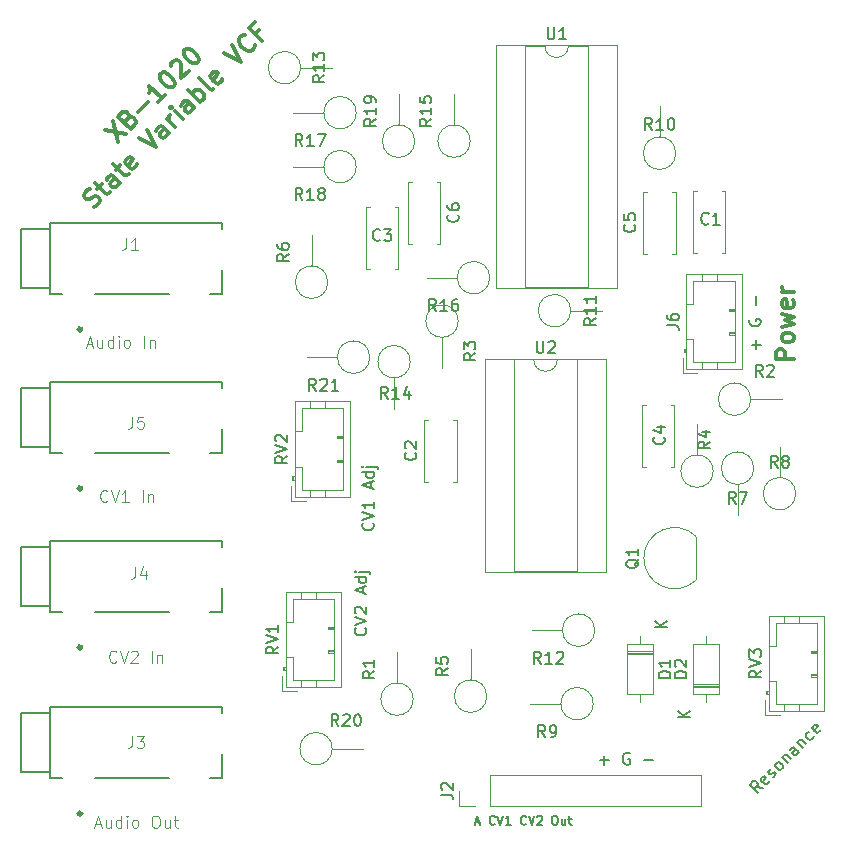
<source format=gbr>
G04 #@! TF.GenerationSoftware,KiCad,Pcbnew,(5.0.1)-rc2*
G04 #@! TF.CreationDate,2018-12-07T18:39:01-05:00*
G04 #@! TF.ProjectId,vcf,7663662E6B696361645F706362000000,rev?*
G04 #@! TF.SameCoordinates,Original*
G04 #@! TF.FileFunction,Legend,Top*
G04 #@! TF.FilePolarity,Positive*
%FSLAX46Y46*%
G04 Gerber Fmt 4.6, Leading zero omitted, Abs format (unit mm)*
G04 Created by KiCad (PCBNEW (5.0.1)-rc2) date 12/7/2018 6:39:01 PM*
%MOMM*%
%LPD*%
G01*
G04 APERTURE LIST*
%ADD10C,0.150000*%
%ADD11C,0.200000*%
%ADD12C,0.300000*%
%ADD13C,0.120000*%
%ADD14C,0.127000*%
%ADD15C,0.050000*%
G04 APERTURE END LIST*
D10*
X105132142Y-119316238D02*
X105179761Y-119363857D01*
X105227380Y-119506714D01*
X105227380Y-119601952D01*
X105179761Y-119744809D01*
X105084523Y-119840047D01*
X104989285Y-119887666D01*
X104798809Y-119935285D01*
X104655952Y-119935285D01*
X104465476Y-119887666D01*
X104370238Y-119840047D01*
X104275000Y-119744809D01*
X104227380Y-119601952D01*
X104227380Y-119506714D01*
X104275000Y-119363857D01*
X104322619Y-119316238D01*
X104227380Y-119030523D02*
X105227380Y-118697190D01*
X104227380Y-118363857D01*
X104322619Y-118078142D02*
X104275000Y-118030523D01*
X104227380Y-117935285D01*
X104227380Y-117697190D01*
X104275000Y-117601952D01*
X104322619Y-117554333D01*
X104417857Y-117506714D01*
X104513095Y-117506714D01*
X104655952Y-117554333D01*
X105227380Y-118125761D01*
X105227380Y-117506714D01*
X104941666Y-116363857D02*
X104941666Y-115887666D01*
X105227380Y-116459095D02*
X104227380Y-116125761D01*
X105227380Y-115792428D01*
X105227380Y-115030523D02*
X104227380Y-115030523D01*
X105179761Y-115030523D02*
X105227380Y-115125761D01*
X105227380Y-115316238D01*
X105179761Y-115411476D01*
X105132142Y-115459095D01*
X105036904Y-115506714D01*
X104751190Y-115506714D01*
X104655952Y-115459095D01*
X104608333Y-115411476D01*
X104560714Y-115316238D01*
X104560714Y-115125761D01*
X104608333Y-115030523D01*
X104560714Y-114554333D02*
X105417857Y-114554333D01*
X105513095Y-114601952D01*
X105560714Y-114697190D01*
X105560714Y-114744809D01*
X104227380Y-114554333D02*
X104275000Y-114601952D01*
X104322619Y-114554333D01*
X104275000Y-114506714D01*
X104227380Y-114554333D01*
X104322619Y-114554333D01*
X105767142Y-110426238D02*
X105814761Y-110473857D01*
X105862380Y-110616714D01*
X105862380Y-110711952D01*
X105814761Y-110854809D01*
X105719523Y-110950047D01*
X105624285Y-110997666D01*
X105433809Y-111045285D01*
X105290952Y-111045285D01*
X105100476Y-110997666D01*
X105005238Y-110950047D01*
X104910000Y-110854809D01*
X104862380Y-110711952D01*
X104862380Y-110616714D01*
X104910000Y-110473857D01*
X104957619Y-110426238D01*
X104862380Y-110140523D02*
X105862380Y-109807190D01*
X104862380Y-109473857D01*
X105862380Y-108616714D02*
X105862380Y-109188142D01*
X105862380Y-108902428D02*
X104862380Y-108902428D01*
X105005238Y-108997666D01*
X105100476Y-109092904D01*
X105148095Y-109188142D01*
X105576666Y-107473857D02*
X105576666Y-106997666D01*
X105862380Y-107569095D02*
X104862380Y-107235761D01*
X105862380Y-106902428D01*
X105862380Y-106140523D02*
X104862380Y-106140523D01*
X105814761Y-106140523D02*
X105862380Y-106235761D01*
X105862380Y-106426238D01*
X105814761Y-106521476D01*
X105767142Y-106569095D01*
X105671904Y-106616714D01*
X105386190Y-106616714D01*
X105290952Y-106569095D01*
X105243333Y-106521476D01*
X105195714Y-106426238D01*
X105195714Y-106235761D01*
X105243333Y-106140523D01*
X105195714Y-105664333D02*
X106052857Y-105664333D01*
X106148095Y-105711952D01*
X106195714Y-105807190D01*
X106195714Y-105854809D01*
X104862380Y-105664333D02*
X104910000Y-105711952D01*
X104957619Y-105664333D01*
X104910000Y-105616714D01*
X104862380Y-105664333D01*
X104957619Y-105664333D01*
X138779874Y-132877888D02*
X138207454Y-132776873D01*
X138375813Y-133281950D02*
X137668706Y-132574843D01*
X137938080Y-132305469D01*
X138039095Y-132271797D01*
X138106439Y-132271797D01*
X138207454Y-132305469D01*
X138308469Y-132406484D01*
X138342141Y-132507499D01*
X138342141Y-132574843D01*
X138308469Y-132675858D01*
X138039095Y-132945232D01*
X139318622Y-132271797D02*
X139284950Y-132372812D01*
X139150263Y-132507499D01*
X139049248Y-132541171D01*
X138948233Y-132507499D01*
X138678859Y-132238125D01*
X138645187Y-132137110D01*
X138678859Y-132036095D01*
X138813546Y-131901408D01*
X138914561Y-131867736D01*
X139015576Y-131901408D01*
X139082920Y-131968751D01*
X138813546Y-132372812D01*
X139621668Y-131968751D02*
X139722683Y-131935079D01*
X139857370Y-131800392D01*
X139891042Y-131699377D01*
X139857370Y-131598362D01*
X139823698Y-131564690D01*
X139722683Y-131531018D01*
X139621668Y-131564690D01*
X139520652Y-131665705D01*
X139419637Y-131699377D01*
X139318622Y-131665705D01*
X139284950Y-131632034D01*
X139251278Y-131531018D01*
X139284950Y-131430003D01*
X139385965Y-131328988D01*
X139486981Y-131295316D01*
X140362446Y-131295316D02*
X140261431Y-131328988D01*
X140194087Y-131328988D01*
X140093072Y-131295316D01*
X139891042Y-131093286D01*
X139857370Y-130992270D01*
X139857370Y-130924927D01*
X139891042Y-130823912D01*
X139992057Y-130722896D01*
X140093072Y-130689225D01*
X140160416Y-130689225D01*
X140261431Y-130722896D01*
X140463461Y-130924927D01*
X140497133Y-131025942D01*
X140497133Y-131093286D01*
X140463461Y-131194301D01*
X140362446Y-131295316D01*
X140429790Y-130285164D02*
X140901194Y-130756568D01*
X140497133Y-130352507D02*
X140497133Y-130285164D01*
X140530805Y-130184148D01*
X140631820Y-130083133D01*
X140732835Y-130049461D01*
X140833851Y-130083133D01*
X141204240Y-130453522D01*
X141844003Y-129813759D02*
X141473614Y-129443370D01*
X141372599Y-129409698D01*
X141271583Y-129443370D01*
X141136896Y-129578057D01*
X141103225Y-129679072D01*
X141810331Y-129780087D02*
X141776660Y-129881103D01*
X141608301Y-130049461D01*
X141507286Y-130083133D01*
X141406270Y-130049461D01*
X141338927Y-129982118D01*
X141305255Y-129881103D01*
X141338927Y-129780087D01*
X141507286Y-129611729D01*
X141540957Y-129510713D01*
X141709316Y-129005637D02*
X142180721Y-129477042D01*
X141776660Y-129072981D02*
X141776660Y-129005637D01*
X141810331Y-128904622D01*
X141911347Y-128803607D01*
X142012362Y-128769935D01*
X142113377Y-128803607D01*
X142483766Y-129173996D01*
X143089858Y-128500561D02*
X143056186Y-128601576D01*
X142921499Y-128736263D01*
X142820484Y-128769935D01*
X142753140Y-128769935D01*
X142652125Y-128736263D01*
X142450095Y-128534233D01*
X142416423Y-128433217D01*
X142416423Y-128365874D01*
X142450095Y-128264859D01*
X142584782Y-128130172D01*
X142685797Y-128096500D01*
X143662278Y-127928141D02*
X143628606Y-128029156D01*
X143493919Y-128163843D01*
X143392904Y-128197515D01*
X143291888Y-128163843D01*
X143022514Y-127894469D01*
X142988843Y-127793454D01*
X143022514Y-127692439D01*
X143157201Y-127557752D01*
X143258217Y-127524080D01*
X143359232Y-127557752D01*
X143426575Y-127625095D01*
X143157201Y-128029156D01*
X114456238Y-135761000D02*
X114808619Y-135761000D01*
X114385761Y-135975285D02*
X114632428Y-135225285D01*
X114879095Y-135975285D01*
X116112428Y-135903857D02*
X116077190Y-135939571D01*
X115971476Y-135975285D01*
X115901000Y-135975285D01*
X115795285Y-135939571D01*
X115724809Y-135868142D01*
X115689571Y-135796714D01*
X115654333Y-135653857D01*
X115654333Y-135546714D01*
X115689571Y-135403857D01*
X115724809Y-135332428D01*
X115795285Y-135261000D01*
X115901000Y-135225285D01*
X115971476Y-135225285D01*
X116077190Y-135261000D01*
X116112428Y-135296714D01*
X116323857Y-135225285D02*
X116570523Y-135975285D01*
X116817190Y-135225285D01*
X117451476Y-135975285D02*
X117028619Y-135975285D01*
X117240047Y-135975285D02*
X117240047Y-135225285D01*
X117169571Y-135332428D01*
X117099095Y-135403857D01*
X117028619Y-135439571D01*
X118755285Y-135903857D02*
X118720047Y-135939571D01*
X118614333Y-135975285D01*
X118543857Y-135975285D01*
X118438142Y-135939571D01*
X118367666Y-135868142D01*
X118332428Y-135796714D01*
X118297190Y-135653857D01*
X118297190Y-135546714D01*
X118332428Y-135403857D01*
X118367666Y-135332428D01*
X118438142Y-135261000D01*
X118543857Y-135225285D01*
X118614333Y-135225285D01*
X118720047Y-135261000D01*
X118755285Y-135296714D01*
X118966714Y-135225285D02*
X119213380Y-135975285D01*
X119460047Y-135225285D01*
X119671476Y-135296714D02*
X119706714Y-135261000D01*
X119777190Y-135225285D01*
X119953380Y-135225285D01*
X120023857Y-135261000D01*
X120059095Y-135296714D01*
X120094333Y-135368142D01*
X120094333Y-135439571D01*
X120059095Y-135546714D01*
X119636238Y-135975285D01*
X120094333Y-135975285D01*
X121116238Y-135225285D02*
X121257190Y-135225285D01*
X121327666Y-135261000D01*
X121398142Y-135332428D01*
X121433380Y-135475285D01*
X121433380Y-135725285D01*
X121398142Y-135868142D01*
X121327666Y-135939571D01*
X121257190Y-135975285D01*
X121116238Y-135975285D01*
X121045761Y-135939571D01*
X120975285Y-135868142D01*
X120940047Y-135725285D01*
X120940047Y-135475285D01*
X120975285Y-135332428D01*
X121045761Y-135261000D01*
X121116238Y-135225285D01*
X122067666Y-135475285D02*
X122067666Y-135975285D01*
X121750523Y-135475285D02*
X121750523Y-135868142D01*
X121785761Y-135939571D01*
X121856238Y-135975285D01*
X121961952Y-135975285D01*
X122032428Y-135939571D01*
X122067666Y-135903857D01*
X122314333Y-135475285D02*
X122596238Y-135475285D01*
X122420047Y-135225285D02*
X122420047Y-135868142D01*
X122455285Y-135939571D01*
X122525761Y-135975285D01*
X122596238Y-135975285D01*
D11*
X124992095Y-130500428D02*
X125754000Y-130500428D01*
X125373047Y-130881380D02*
X125373047Y-130119476D01*
X127515904Y-129929000D02*
X127420666Y-129881380D01*
X127277809Y-129881380D01*
X127134952Y-129929000D01*
X127039714Y-130024238D01*
X126992095Y-130119476D01*
X126944476Y-130309952D01*
X126944476Y-130452809D01*
X126992095Y-130643285D01*
X127039714Y-130738523D01*
X127134952Y-130833761D01*
X127277809Y-130881380D01*
X127373047Y-130881380D01*
X127515904Y-130833761D01*
X127563523Y-130786142D01*
X127563523Y-130452809D01*
X127373047Y-130452809D01*
X128754000Y-130500428D02*
X129515904Y-130500428D01*
X138247428Y-95733904D02*
X138247428Y-94972000D01*
X138628380Y-95352952D02*
X137866476Y-95352952D01*
X137676000Y-93210095D02*
X137628380Y-93305333D01*
X137628380Y-93448190D01*
X137676000Y-93591047D01*
X137771238Y-93686285D01*
X137866476Y-93733904D01*
X138056952Y-93781523D01*
X138199809Y-93781523D01*
X138390285Y-93733904D01*
X138485523Y-93686285D01*
X138580761Y-93591047D01*
X138628380Y-93448190D01*
X138628380Y-93352952D01*
X138580761Y-93210095D01*
X138533142Y-93162476D01*
X138199809Y-93162476D01*
X138199809Y-93352952D01*
X138247428Y-91972000D02*
X138247428Y-91210095D01*
D12*
X141394571Y-96563285D02*
X139894571Y-96563285D01*
X139894571Y-95991857D01*
X139966000Y-95849000D01*
X140037428Y-95777571D01*
X140180285Y-95706142D01*
X140394571Y-95706142D01*
X140537428Y-95777571D01*
X140608857Y-95849000D01*
X140680285Y-95991857D01*
X140680285Y-96563285D01*
X141394571Y-94849000D02*
X141323142Y-94991857D01*
X141251714Y-95063285D01*
X141108857Y-95134714D01*
X140680285Y-95134714D01*
X140537428Y-95063285D01*
X140466000Y-94991857D01*
X140394571Y-94849000D01*
X140394571Y-94634714D01*
X140466000Y-94491857D01*
X140537428Y-94420428D01*
X140680285Y-94349000D01*
X141108857Y-94349000D01*
X141251714Y-94420428D01*
X141323142Y-94491857D01*
X141394571Y-94634714D01*
X141394571Y-94849000D01*
X140394571Y-93849000D02*
X141394571Y-93563285D01*
X140680285Y-93277571D01*
X141394571Y-92991857D01*
X140394571Y-92706142D01*
X141323142Y-91563285D02*
X141394571Y-91706142D01*
X141394571Y-91991857D01*
X141323142Y-92134714D01*
X141180285Y-92206142D01*
X140608857Y-92206142D01*
X140466000Y-92134714D01*
X140394571Y-91991857D01*
X140394571Y-91706142D01*
X140466000Y-91563285D01*
X140608857Y-91491857D01*
X140751714Y-91491857D01*
X140894571Y-92206142D01*
X141394571Y-90849000D02*
X140394571Y-90849000D01*
X140680285Y-90849000D02*
X140537428Y-90777571D01*
X140466000Y-90706142D01*
X140394571Y-90563285D01*
X140394571Y-90420428D01*
X83094813Y-77135389D02*
X84862580Y-77488942D01*
X83801920Y-76428282D02*
X84155473Y-78196049D01*
X85064611Y-76175744D02*
X85266641Y-76074728D01*
X85367656Y-76074728D01*
X85519179Y-76125236D01*
X85670702Y-76276759D01*
X85721210Y-76428282D01*
X85721210Y-76529297D01*
X85670702Y-76680820D01*
X85266641Y-77084881D01*
X84205981Y-76024221D01*
X84559534Y-75670667D01*
X84711057Y-75620160D01*
X84812072Y-75620160D01*
X84963595Y-75670667D01*
X85064611Y-75771683D01*
X85115118Y-75923205D01*
X85115118Y-76024221D01*
X85064611Y-76175744D01*
X84711057Y-76529297D01*
X85923240Y-75620160D02*
X86731362Y-74812038D01*
X88196083Y-74155439D02*
X87589992Y-74761530D01*
X87893038Y-74458484D02*
X86832377Y-73397824D01*
X86882885Y-73650362D01*
X86882885Y-73852393D01*
X86832377Y-74003916D01*
X87792022Y-72438179D02*
X87893038Y-72337164D01*
X88044561Y-72286656D01*
X88145576Y-72286656D01*
X88297099Y-72337164D01*
X88549637Y-72488687D01*
X88802175Y-72741225D01*
X88953698Y-72993763D01*
X89004205Y-73145286D01*
X89004205Y-73246301D01*
X88953698Y-73397824D01*
X88852683Y-73498839D01*
X88701160Y-73549347D01*
X88600144Y-73549347D01*
X88448622Y-73498839D01*
X88196083Y-73347316D01*
X87943545Y-73094778D01*
X87792022Y-72842240D01*
X87741515Y-72690717D01*
X87741515Y-72589702D01*
X87792022Y-72438179D01*
X88650652Y-71781580D02*
X88650652Y-71680565D01*
X88701160Y-71529042D01*
X88953698Y-71276504D01*
X89105221Y-71225996D01*
X89206236Y-71225996D01*
X89357759Y-71276504D01*
X89458774Y-71377519D01*
X89559789Y-71579550D01*
X89559789Y-72791733D01*
X90216389Y-72135133D01*
X89812327Y-70417874D02*
X89913343Y-70316859D01*
X90064866Y-70266351D01*
X90165881Y-70266351D01*
X90317404Y-70316859D01*
X90569942Y-70468382D01*
X90822480Y-70720920D01*
X90974003Y-70973458D01*
X91024511Y-71124981D01*
X91024511Y-71225996D01*
X90974003Y-71377519D01*
X90872988Y-71478534D01*
X90721465Y-71529042D01*
X90620450Y-71529042D01*
X90468927Y-71478534D01*
X90216389Y-71327011D01*
X89963850Y-71074473D01*
X89812327Y-70821935D01*
X89761820Y-70670412D01*
X89761820Y-70569397D01*
X89812327Y-70417874D01*
X82170523Y-83686227D02*
X82372554Y-83585212D01*
X82625092Y-83332674D01*
X82675599Y-83181151D01*
X82675599Y-83080136D01*
X82625092Y-82928613D01*
X82524077Y-82827598D01*
X82372554Y-82777090D01*
X82271538Y-82777090D01*
X82120016Y-82827598D01*
X81867477Y-82979121D01*
X81715955Y-83029628D01*
X81614939Y-83029628D01*
X81463416Y-82979121D01*
X81362401Y-82878105D01*
X81311894Y-82726583D01*
X81311894Y-82625567D01*
X81362401Y-82474044D01*
X81614939Y-82221506D01*
X81816970Y-82120491D01*
X82423061Y-82120491D02*
X82827122Y-81716430D01*
X82221031Y-81615415D02*
X83130168Y-82524552D01*
X83281691Y-82575060D01*
X83433214Y-82524552D01*
X83534229Y-82423537D01*
X84342351Y-81615415D02*
X83786767Y-81059831D01*
X83635244Y-81009323D01*
X83483722Y-81059831D01*
X83281691Y-81261861D01*
X83231183Y-81413384D01*
X84291844Y-81564907D02*
X84241336Y-81716430D01*
X83988798Y-81968968D01*
X83837275Y-82019476D01*
X83685752Y-81968968D01*
X83584737Y-81867953D01*
X83534229Y-81716430D01*
X83584737Y-81564907D01*
X83837275Y-81312369D01*
X83887783Y-81160846D01*
X83988798Y-80554755D02*
X84392859Y-80150694D01*
X83786767Y-80049678D02*
X84695905Y-80958816D01*
X84847427Y-81009323D01*
X84998950Y-80958816D01*
X85099966Y-80857800D01*
X85807072Y-80049678D02*
X85756565Y-80201201D01*
X85554534Y-80403232D01*
X85403011Y-80453739D01*
X85251488Y-80403232D01*
X84847427Y-79999171D01*
X84796920Y-79847648D01*
X84847427Y-79696125D01*
X85049458Y-79494094D01*
X85200981Y-79443587D01*
X85352504Y-79494094D01*
X85453519Y-79595110D01*
X85049458Y-80201201D01*
X85958595Y-77877850D02*
X87372809Y-78584957D01*
X86665702Y-77170744D01*
X88534484Y-77423282D02*
X87978900Y-76867698D01*
X87827377Y-76817190D01*
X87675855Y-76867698D01*
X87473824Y-77069728D01*
X87423316Y-77221251D01*
X88483977Y-77372774D02*
X88433469Y-77524297D01*
X88180931Y-77776835D01*
X88029408Y-77827343D01*
X87877885Y-77776835D01*
X87776870Y-77675820D01*
X87726362Y-77524297D01*
X87776870Y-77372774D01*
X88029408Y-77120236D01*
X88079916Y-76968713D01*
X89039561Y-76918205D02*
X88332454Y-76211099D01*
X88534484Y-76413129D02*
X88483977Y-76261606D01*
X88483977Y-76160591D01*
X88534484Y-76009068D01*
X88635499Y-75908053D01*
X89696160Y-76261606D02*
X88989053Y-75554499D01*
X88635499Y-75200946D02*
X88635499Y-75301961D01*
X88736515Y-75301961D01*
X88736515Y-75200946D01*
X88635499Y-75200946D01*
X88736515Y-75301961D01*
X90655805Y-75301961D02*
X90100221Y-74746377D01*
X89948698Y-74695870D01*
X89797175Y-74746377D01*
X89595144Y-74948408D01*
X89544637Y-75099931D01*
X90605297Y-75251454D02*
X90554789Y-75402977D01*
X90302251Y-75655515D01*
X90150728Y-75706022D01*
X89999205Y-75655515D01*
X89898190Y-75554499D01*
X89847683Y-75402977D01*
X89898190Y-75251454D01*
X90150728Y-74998916D01*
X90201236Y-74847393D01*
X91160881Y-74796885D02*
X90100221Y-73736225D01*
X90504282Y-74140286D02*
X90554789Y-73988763D01*
X90756820Y-73786733D01*
X90908343Y-73736225D01*
X91009358Y-73736225D01*
X91160881Y-73786733D01*
X91463927Y-74089778D01*
X91514434Y-74241301D01*
X91514434Y-74342316D01*
X91463927Y-74493839D01*
X91261896Y-74695870D01*
X91110373Y-74746377D01*
X92272049Y-73685717D02*
X92120526Y-73736225D01*
X91969003Y-73685717D01*
X91059866Y-72776580D01*
X93029663Y-72827088D02*
X92979155Y-72978610D01*
X92777125Y-73180641D01*
X92625602Y-73231149D01*
X92474079Y-73180641D01*
X92070018Y-72776580D01*
X92019511Y-72625057D01*
X92070018Y-72473534D01*
X92272049Y-72271504D01*
X92423572Y-72220996D01*
X92575094Y-72271504D01*
X92676110Y-72372519D01*
X92272049Y-72978610D01*
X93181186Y-70655260D02*
X94595399Y-71362366D01*
X93888293Y-69948153D01*
X95807583Y-69948153D02*
X95807583Y-70049168D01*
X95706567Y-70251199D01*
X95605552Y-70352214D01*
X95403522Y-70453229D01*
X95201491Y-70453229D01*
X95049968Y-70402722D01*
X94797430Y-70251199D01*
X94645907Y-70099676D01*
X94494384Y-69847138D01*
X94443877Y-69695615D01*
X94443877Y-69493584D01*
X94544892Y-69291554D01*
X94645907Y-69190538D01*
X94847938Y-69089523D01*
X94948953Y-69089523D01*
X96161136Y-68685462D02*
X95807583Y-69039016D01*
X96363166Y-69594599D02*
X95302506Y-68533939D01*
X95807583Y-68028863D01*
D13*
G04 #@! TO.C,J6*
X132302000Y-97437000D02*
X137022000Y-97437000D01*
X137022000Y-97437000D02*
X137022000Y-89317000D01*
X137022000Y-89317000D02*
X132302000Y-89317000D01*
X132302000Y-89317000D02*
X132302000Y-97437000D01*
X132302000Y-95677000D02*
X132102000Y-95677000D01*
X132102000Y-95677000D02*
X132102000Y-95977000D01*
X132102000Y-95977000D02*
X132302000Y-95977000D01*
X132202000Y-95677000D02*
X132202000Y-95977000D01*
X132302000Y-94877000D02*
X132912000Y-94877000D01*
X132912000Y-94877000D02*
X132912000Y-96827000D01*
X132912000Y-96827000D02*
X136412000Y-96827000D01*
X136412000Y-96827000D02*
X136412000Y-89927000D01*
X136412000Y-89927000D02*
X132912000Y-89927000D01*
X132912000Y-89927000D02*
X132912000Y-91877000D01*
X132912000Y-91877000D02*
X132302000Y-91877000D01*
X133612000Y-97437000D02*
X133612000Y-96827000D01*
X134912000Y-97437000D02*
X134912000Y-96827000D01*
X133612000Y-89317000D02*
X133612000Y-89927000D01*
X134912000Y-89317000D02*
X134912000Y-89927000D01*
X136412000Y-94477000D02*
X135912000Y-94477000D01*
X135912000Y-94477000D02*
X135912000Y-94277000D01*
X135912000Y-94277000D02*
X136412000Y-94277000D01*
X136412000Y-94377000D02*
X135912000Y-94377000D01*
X136412000Y-92477000D02*
X135912000Y-92477000D01*
X135912000Y-92477000D02*
X135912000Y-92277000D01*
X135912000Y-92277000D02*
X136412000Y-92277000D01*
X136412000Y-92377000D02*
X135912000Y-92377000D01*
X132002000Y-96487000D02*
X132002000Y-97737000D01*
X132002000Y-97737000D02*
X133252000Y-97737000D01*
G04 #@! TO.C,J2*
X133537000Y-134426000D02*
X133537000Y-131766000D01*
X115697000Y-134426000D02*
X133537000Y-134426000D01*
X115697000Y-131766000D02*
X133537000Y-131766000D01*
X115697000Y-134426000D02*
X115697000Y-131766000D01*
X114427000Y-134426000D02*
X113097000Y-134426000D01*
X113097000Y-134426000D02*
X113097000Y-133096000D01*
D14*
G04 #@! TO.C,J1*
X82225000Y-91011000D02*
X88475000Y-91011000D01*
X92975000Y-91011000D02*
X91975000Y-91011000D01*
X92975000Y-89011000D02*
X92975000Y-91011000D01*
X92975000Y-85011000D02*
X92975000Y-85511000D01*
X78475000Y-85011000D02*
X92975000Y-85011000D01*
X78475000Y-90511000D02*
X78475000Y-85011000D01*
X78475000Y-91011000D02*
X79475000Y-91011000D01*
X78475000Y-90511000D02*
X78475000Y-91011000D01*
X75975000Y-90511000D02*
X78475000Y-90511000D01*
X75975000Y-85511000D02*
X75975000Y-90511000D01*
X78475000Y-85511000D02*
X75975000Y-85511000D01*
D12*
X81125000Y-94011000D02*
G75*
G03X81125000Y-94011000I-150000J0D01*
G01*
G04 #@! TO.C,J5*
X81125000Y-107473000D02*
G75*
G03X81125000Y-107473000I-150000J0D01*
G01*
D14*
X78475000Y-98973000D02*
X75975000Y-98973000D01*
X75975000Y-98973000D02*
X75975000Y-103973000D01*
X75975000Y-103973000D02*
X78475000Y-103973000D01*
X78475000Y-103973000D02*
X78475000Y-104473000D01*
X78475000Y-104473000D02*
X79475000Y-104473000D01*
X78475000Y-103973000D02*
X78475000Y-98473000D01*
X78475000Y-98473000D02*
X92975000Y-98473000D01*
X92975000Y-98473000D02*
X92975000Y-98973000D01*
X92975000Y-102473000D02*
X92975000Y-104473000D01*
X92975000Y-104473000D02*
X91975000Y-104473000D01*
X82225000Y-104473000D02*
X88475000Y-104473000D01*
G04 #@! TO.C,J4*
X82225000Y-117935000D02*
X88475000Y-117935000D01*
X92975000Y-117935000D02*
X91975000Y-117935000D01*
X92975000Y-115935000D02*
X92975000Y-117935000D01*
X92975000Y-111935000D02*
X92975000Y-112435000D01*
X78475000Y-111935000D02*
X92975000Y-111935000D01*
X78475000Y-117435000D02*
X78475000Y-111935000D01*
X78475000Y-117935000D02*
X79475000Y-117935000D01*
X78475000Y-117435000D02*
X78475000Y-117935000D01*
X75975000Y-117435000D02*
X78475000Y-117435000D01*
X75975000Y-112435000D02*
X75975000Y-117435000D01*
X78475000Y-112435000D02*
X75975000Y-112435000D01*
D12*
X81125000Y-120935000D02*
G75*
G03X81125000Y-120935000I-150000J0D01*
G01*
G04 #@! TO.C,J3*
X81125000Y-135032000D02*
G75*
G03X81125000Y-135032000I-150000J0D01*
G01*
D14*
X78475000Y-126532000D02*
X75975000Y-126532000D01*
X75975000Y-126532000D02*
X75975000Y-131532000D01*
X75975000Y-131532000D02*
X78475000Y-131532000D01*
X78475000Y-131532000D02*
X78475000Y-132032000D01*
X78475000Y-132032000D02*
X79475000Y-132032000D01*
X78475000Y-131532000D02*
X78475000Y-126032000D01*
X78475000Y-126032000D02*
X92975000Y-126032000D01*
X92975000Y-126032000D02*
X92975000Y-126532000D01*
X92975000Y-130032000D02*
X92975000Y-132032000D01*
X92975000Y-132032000D02*
X91975000Y-132032000D01*
X82225000Y-132032000D02*
X88475000Y-132032000D01*
D13*
G04 #@! TO.C,C6*
X109054000Y-86781000D02*
X108739000Y-86781000D01*
X111479000Y-86781000D02*
X111164000Y-86781000D01*
X109054000Y-81541000D02*
X108739000Y-81541000D01*
X111479000Y-81541000D02*
X111164000Y-81541000D01*
X108739000Y-81541000D02*
X108739000Y-86781000D01*
X111479000Y-81541000D02*
X111479000Y-86781000D01*
G04 #@! TO.C,C5*
X128678000Y-87623000D02*
X128678000Y-82383000D01*
X131418000Y-87623000D02*
X131418000Y-82383000D01*
X128678000Y-87623000D02*
X128993000Y-87623000D01*
X131103000Y-87623000D02*
X131418000Y-87623000D01*
X128678000Y-82383000D02*
X128993000Y-82383000D01*
X131103000Y-82383000D02*
X131418000Y-82383000D01*
G04 #@! TO.C,C4*
X128866000Y-105704000D02*
X128551000Y-105704000D01*
X131291000Y-105704000D02*
X130976000Y-105704000D01*
X128866000Y-100464000D02*
X128551000Y-100464000D01*
X131291000Y-100464000D02*
X130976000Y-100464000D01*
X128551000Y-100464000D02*
X128551000Y-105704000D01*
X131291000Y-100464000D02*
X131291000Y-105704000D01*
G04 #@! TO.C,C3*
X107923000Y-83700000D02*
X107923000Y-88940000D01*
X105183000Y-83700000D02*
X105183000Y-88940000D01*
X107923000Y-83700000D02*
X107608000Y-83700000D01*
X105498000Y-83700000D02*
X105183000Y-83700000D01*
X107923000Y-88940000D02*
X107608000Y-88940000D01*
X105498000Y-88940000D02*
X105183000Y-88940000D01*
G04 #@! TO.C,C2*
X112561000Y-101687000D02*
X112876000Y-101687000D01*
X110136000Y-101687000D02*
X110451000Y-101687000D01*
X112561000Y-106927000D02*
X112876000Y-106927000D01*
X110136000Y-106927000D02*
X110451000Y-106927000D01*
X112876000Y-106927000D02*
X112876000Y-101687000D01*
X110136000Y-106927000D02*
X110136000Y-101687000D01*
G04 #@! TO.C,C1*
X135609000Y-82303000D02*
X135609000Y-87543000D01*
X132869000Y-82303000D02*
X132869000Y-87543000D01*
X135609000Y-82303000D02*
X135294000Y-82303000D01*
X133184000Y-82303000D02*
X132869000Y-82303000D01*
X135609000Y-87543000D02*
X135294000Y-87543000D01*
X133184000Y-87543000D02*
X132869000Y-87543000D01*
G04 #@! TO.C,D1*
X129517000Y-120689000D02*
X127277000Y-120689000D01*
X127277000Y-120689000D02*
X127277000Y-124929000D01*
X127277000Y-124929000D02*
X129517000Y-124929000D01*
X129517000Y-124929000D02*
X129517000Y-120689000D01*
X128397000Y-120039000D02*
X128397000Y-120689000D01*
X128397000Y-125579000D02*
X128397000Y-124929000D01*
X129517000Y-121409000D02*
X127277000Y-121409000D01*
X129517000Y-121529000D02*
X127277000Y-121529000D01*
X129517000Y-121289000D02*
X127277000Y-121289000D01*
G04 #@! TO.C,D2*
X132865000Y-124329000D02*
X135105000Y-124329000D01*
X132865000Y-124089000D02*
X135105000Y-124089000D01*
X132865000Y-124209000D02*
X135105000Y-124209000D01*
X133985000Y-120039000D02*
X133985000Y-120689000D01*
X133985000Y-125579000D02*
X133985000Y-124929000D01*
X132865000Y-120689000D02*
X132865000Y-124929000D01*
X135105000Y-120689000D02*
X132865000Y-120689000D01*
X135105000Y-124929000D02*
X135105000Y-120689000D01*
X132865000Y-124929000D02*
X135105000Y-124929000D01*
G04 #@! TO.C,Q1*
X133168000Y-115211000D02*
X133168000Y-111611000D01*
X133156478Y-115249478D02*
G75*
G02X128718000Y-113411000I-1838478J1838478D01*
G01*
X133156478Y-111572522D02*
G75*
G03X128718000Y-113411000I-1838478J-1838478D01*
G01*
G04 #@! TO.C,R1*
X109193000Y-125349000D02*
G75*
G03X109193000Y-125349000I-1370000J0D01*
G01*
X107823000Y-123979000D02*
X107823000Y-121369000D01*
G04 #@! TO.C,R2*
X137768000Y-99949000D02*
G75*
G03X137768000Y-99949000I-1370000J0D01*
G01*
X137768000Y-99949000D02*
X140378000Y-99949000D01*
G04 #@! TO.C,R3*
X113003000Y-93345000D02*
G75*
G03X113003000Y-93345000I-1370000J0D01*
G01*
X111633000Y-94715000D02*
X111633000Y-97325000D01*
G04 #@! TO.C,R4*
X133223000Y-104675000D02*
X133223000Y-102065000D01*
X134593000Y-106045000D02*
G75*
G03X134593000Y-106045000I-1370000J0D01*
G01*
G04 #@! TO.C,R5*
X114046000Y-123725000D02*
X114046000Y-121115000D01*
X115416000Y-125095000D02*
G75*
G03X115416000Y-125095000I-1370000J0D01*
G01*
G04 #@! TO.C,R6*
X100584000Y-88673000D02*
X100584000Y-86063000D01*
X101954000Y-90043000D02*
G75*
G03X101954000Y-90043000I-1370000J0D01*
G01*
G04 #@! TO.C,R7*
X136652000Y-107161000D02*
X136652000Y-109771000D01*
X138022000Y-105791000D02*
G75*
G03X138022000Y-105791000I-1370000J0D01*
G01*
G04 #@! TO.C,R8*
X140208000Y-106580000D02*
X140208000Y-103970000D01*
X141578000Y-107950000D02*
G75*
G03X141578000Y-107950000I-1370000J0D01*
G01*
G04 #@! TO.C,R9*
X124433000Y-125730000D02*
G75*
G03X124433000Y-125730000I-1370000J0D01*
G01*
X121693000Y-125730000D02*
X119083000Y-125730000D01*
G04 #@! TO.C,R10*
X131418000Y-79121000D02*
G75*
G03X131418000Y-79121000I-1370000J0D01*
G01*
X130048000Y-77751000D02*
X130048000Y-75141000D01*
G04 #@! TO.C,R11*
X122528000Y-92456000D02*
G75*
G03X122528000Y-92456000I-1370000J0D01*
G01*
X122528000Y-92456000D02*
X125138000Y-92456000D01*
G04 #@! TO.C,R12*
X121820000Y-119507000D02*
X119210000Y-119507000D01*
X124560000Y-119507000D02*
G75*
G03X124560000Y-119507000I-1370000J0D01*
G01*
G04 #@! TO.C,R13*
X99668000Y-71882000D02*
G75*
G03X99668000Y-71882000I-1370000J0D01*
G01*
X99668000Y-71882000D02*
X102278000Y-71882000D01*
G04 #@! TO.C,R14*
X108939000Y-96774000D02*
G75*
G03X108939000Y-96774000I-1370000J0D01*
G01*
X107569000Y-98144000D02*
X107569000Y-100754000D01*
G04 #@! TO.C,R15*
X112649000Y-76735000D02*
X112649000Y-74125000D01*
X114019000Y-78105000D02*
G75*
G03X114019000Y-78105000I-1370000J0D01*
G01*
G04 #@! TO.C,R16*
X112930000Y-89662000D02*
X110320000Y-89662000D01*
X115670000Y-89662000D02*
G75*
G03X115670000Y-89662000I-1370000J0D01*
G01*
G04 #@! TO.C,R17*
X101627000Y-75692000D02*
X99017000Y-75692000D01*
X104367000Y-75692000D02*
G75*
G03X104367000Y-75692000I-1370000J0D01*
G01*
G04 #@! TO.C,R18*
X104367000Y-80264000D02*
G75*
G03X104367000Y-80264000I-1370000J0D01*
G01*
X101627000Y-80264000D02*
X99017000Y-80264000D01*
G04 #@! TO.C,R19*
X109320000Y-78105000D02*
G75*
G03X109320000Y-78105000I-1370000J0D01*
G01*
X107950000Y-76735000D02*
X107950000Y-74125000D01*
G04 #@! TO.C,R20*
X102335000Y-129540000D02*
G75*
G03X102335000Y-129540000I-1370000J0D01*
G01*
X102335000Y-129540000D02*
X104945000Y-129540000D01*
G04 #@! TO.C,R21*
X102770000Y-96393000D02*
X100160000Y-96393000D01*
X105510000Y-96393000D02*
G75*
G03X105510000Y-96393000I-1370000J0D01*
G01*
G04 #@! TO.C,RV1*
X98393000Y-124361000D02*
X103113000Y-124361000D01*
X103113000Y-124361000D02*
X103113000Y-116241000D01*
X103113000Y-116241000D02*
X98393000Y-116241000D01*
X98393000Y-116241000D02*
X98393000Y-124361000D01*
X98393000Y-122601000D02*
X98193000Y-122601000D01*
X98193000Y-122601000D02*
X98193000Y-122901000D01*
X98193000Y-122901000D02*
X98393000Y-122901000D01*
X98293000Y-122601000D02*
X98293000Y-122901000D01*
X98393000Y-121801000D02*
X99003000Y-121801000D01*
X99003000Y-121801000D02*
X99003000Y-123751000D01*
X99003000Y-123751000D02*
X102503000Y-123751000D01*
X102503000Y-123751000D02*
X102503000Y-116851000D01*
X102503000Y-116851000D02*
X99003000Y-116851000D01*
X99003000Y-116851000D02*
X99003000Y-118801000D01*
X99003000Y-118801000D02*
X98393000Y-118801000D01*
X99703000Y-124361000D02*
X99703000Y-123751000D01*
X101003000Y-124361000D02*
X101003000Y-123751000D01*
X99703000Y-116241000D02*
X99703000Y-116851000D01*
X101003000Y-116241000D02*
X101003000Y-116851000D01*
X102503000Y-121401000D02*
X102003000Y-121401000D01*
X102003000Y-121401000D02*
X102003000Y-121201000D01*
X102003000Y-121201000D02*
X102503000Y-121201000D01*
X102503000Y-121301000D02*
X102003000Y-121301000D01*
X102503000Y-119401000D02*
X102003000Y-119401000D01*
X102003000Y-119401000D02*
X102003000Y-119201000D01*
X102003000Y-119201000D02*
X102503000Y-119201000D01*
X102503000Y-119301000D02*
X102003000Y-119301000D01*
X98093000Y-123411000D02*
X98093000Y-124661000D01*
X98093000Y-124661000D02*
X99343000Y-124661000D01*
G04 #@! TO.C,RV2*
X99155000Y-108232000D02*
X103875000Y-108232000D01*
X103875000Y-108232000D02*
X103875000Y-100112000D01*
X103875000Y-100112000D02*
X99155000Y-100112000D01*
X99155000Y-100112000D02*
X99155000Y-108232000D01*
X99155000Y-106472000D02*
X98955000Y-106472000D01*
X98955000Y-106472000D02*
X98955000Y-106772000D01*
X98955000Y-106772000D02*
X99155000Y-106772000D01*
X99055000Y-106472000D02*
X99055000Y-106772000D01*
X99155000Y-105672000D02*
X99765000Y-105672000D01*
X99765000Y-105672000D02*
X99765000Y-107622000D01*
X99765000Y-107622000D02*
X103265000Y-107622000D01*
X103265000Y-107622000D02*
X103265000Y-100722000D01*
X103265000Y-100722000D02*
X99765000Y-100722000D01*
X99765000Y-100722000D02*
X99765000Y-102672000D01*
X99765000Y-102672000D02*
X99155000Y-102672000D01*
X100465000Y-108232000D02*
X100465000Y-107622000D01*
X101765000Y-108232000D02*
X101765000Y-107622000D01*
X100465000Y-100112000D02*
X100465000Y-100722000D01*
X101765000Y-100112000D02*
X101765000Y-100722000D01*
X103265000Y-105272000D02*
X102765000Y-105272000D01*
X102765000Y-105272000D02*
X102765000Y-105072000D01*
X102765000Y-105072000D02*
X103265000Y-105072000D01*
X103265000Y-105172000D02*
X102765000Y-105172000D01*
X103265000Y-103272000D02*
X102765000Y-103272000D01*
X102765000Y-103272000D02*
X102765000Y-103072000D01*
X102765000Y-103072000D02*
X103265000Y-103072000D01*
X103265000Y-103172000D02*
X102765000Y-103172000D01*
X98855000Y-107282000D02*
X98855000Y-108532000D01*
X98855000Y-108532000D02*
X100105000Y-108532000D01*
G04 #@! TO.C,RV3*
X138987000Y-126693000D02*
X140237000Y-126693000D01*
X138987000Y-125443000D02*
X138987000Y-126693000D01*
X143397000Y-121333000D02*
X142897000Y-121333000D01*
X142897000Y-121233000D02*
X143397000Y-121233000D01*
X142897000Y-121433000D02*
X142897000Y-121233000D01*
X143397000Y-121433000D02*
X142897000Y-121433000D01*
X143397000Y-123333000D02*
X142897000Y-123333000D01*
X142897000Y-123233000D02*
X143397000Y-123233000D01*
X142897000Y-123433000D02*
X142897000Y-123233000D01*
X143397000Y-123433000D02*
X142897000Y-123433000D01*
X141897000Y-118273000D02*
X141897000Y-118883000D01*
X140597000Y-118273000D02*
X140597000Y-118883000D01*
X141897000Y-126393000D02*
X141897000Y-125783000D01*
X140597000Y-126393000D02*
X140597000Y-125783000D01*
X139897000Y-120833000D02*
X139287000Y-120833000D01*
X139897000Y-118883000D02*
X139897000Y-120833000D01*
X143397000Y-118883000D02*
X139897000Y-118883000D01*
X143397000Y-125783000D02*
X143397000Y-118883000D01*
X139897000Y-125783000D02*
X143397000Y-125783000D01*
X139897000Y-123833000D02*
X139897000Y-125783000D01*
X139287000Y-123833000D02*
X139897000Y-123833000D01*
X139187000Y-124633000D02*
X139187000Y-124933000D01*
X139087000Y-124933000D02*
X139287000Y-124933000D01*
X139087000Y-124633000D02*
X139087000Y-124933000D01*
X139287000Y-124633000D02*
X139087000Y-124633000D01*
X139287000Y-118273000D02*
X139287000Y-126393000D01*
X144007000Y-118273000D02*
X139287000Y-118273000D01*
X144007000Y-126393000D02*
X144007000Y-118273000D01*
X139287000Y-126393000D02*
X144007000Y-126393000D01*
G04 #@! TO.C,U1*
X122336001Y-70018001D02*
G75*
G02X120336001Y-70018001I-1000000J0D01*
G01*
X120336001Y-70018001D02*
X118686001Y-70018001D01*
X118686001Y-70018001D02*
X118686001Y-90458001D01*
X118686001Y-90458001D02*
X123986001Y-90458001D01*
X123986001Y-90458001D02*
X123986001Y-70018001D01*
X123986001Y-70018001D02*
X122336001Y-70018001D01*
X116196001Y-69958001D02*
X116196001Y-90518001D01*
X116196001Y-90518001D02*
X126476001Y-90518001D01*
X126476001Y-90518001D02*
X126476001Y-69958001D01*
X126476001Y-69958001D02*
X116196001Y-69958001D01*
G04 #@! TO.C,U2*
X121396000Y-96587000D02*
G75*
G02X119396000Y-96587000I-1000000J0D01*
G01*
X119396000Y-96587000D02*
X117746000Y-96587000D01*
X117746000Y-96587000D02*
X117746000Y-114487000D01*
X117746000Y-114487000D02*
X123046000Y-114487000D01*
X123046000Y-114487000D02*
X123046000Y-96587000D01*
X123046000Y-96587000D02*
X121396000Y-96587000D01*
X115256000Y-96527000D02*
X115256000Y-114547000D01*
X115256000Y-114547000D02*
X125536000Y-114547000D01*
X125536000Y-114547000D02*
X125536000Y-96527000D01*
X125536000Y-96527000D02*
X115256000Y-96527000D01*
G04 #@! TO.C,J6*
D10*
X130664380Y-93710333D02*
X131378666Y-93710333D01*
X131521523Y-93757952D01*
X131616761Y-93853190D01*
X131664380Y-93996047D01*
X131664380Y-94091285D01*
X130664380Y-92805571D02*
X130664380Y-92996047D01*
X130712000Y-93091285D01*
X130759619Y-93138904D01*
X130902476Y-93234142D01*
X131092952Y-93281761D01*
X131473904Y-93281761D01*
X131569142Y-93234142D01*
X131616761Y-93186523D01*
X131664380Y-93091285D01*
X131664380Y-92900809D01*
X131616761Y-92805571D01*
X131569142Y-92757952D01*
X131473904Y-92710333D01*
X131235809Y-92710333D01*
X131140571Y-92757952D01*
X131092952Y-92805571D01*
X131045333Y-92900809D01*
X131045333Y-93091285D01*
X131092952Y-93186523D01*
X131140571Y-93234142D01*
X131235809Y-93281761D01*
G04 #@! TO.C,J2*
X111549380Y-133429333D02*
X112263666Y-133429333D01*
X112406523Y-133476952D01*
X112501761Y-133572190D01*
X112549380Y-133715047D01*
X112549380Y-133810285D01*
X111644619Y-133000761D02*
X111597000Y-132953142D01*
X111549380Y-132857904D01*
X111549380Y-132619809D01*
X111597000Y-132524571D01*
X111644619Y-132476952D01*
X111739857Y-132429333D01*
X111835095Y-132429333D01*
X111977952Y-132476952D01*
X112549380Y-133048380D01*
X112549380Y-132429333D01*
G04 #@! TO.C,J1*
D15*
X84883020Y-86319318D02*
X84883020Y-87034990D01*
X84835308Y-87178124D01*
X84739885Y-87273547D01*
X84596751Y-87321258D01*
X84501328Y-87321258D01*
X85884960Y-87321258D02*
X85312422Y-87321258D01*
X85598691Y-87321258D02*
X85598691Y-86319318D01*
X85503268Y-86462452D01*
X85407845Y-86557875D01*
X85312422Y-86605587D01*
X81549773Y-95289693D02*
X82026040Y-95289693D01*
X81454520Y-95575453D02*
X81787906Y-94575293D01*
X82121293Y-95575453D01*
X82883320Y-94908680D02*
X82883320Y-95575453D01*
X82454680Y-94908680D02*
X82454680Y-95432573D01*
X82502306Y-95527826D01*
X82597560Y-95575453D01*
X82740440Y-95575453D01*
X82835693Y-95527826D01*
X82883320Y-95480200D01*
X83788226Y-95575453D02*
X83788226Y-94575293D01*
X83788226Y-95527826D02*
X83692973Y-95575453D01*
X83502466Y-95575453D01*
X83407213Y-95527826D01*
X83359586Y-95480200D01*
X83311960Y-95384946D01*
X83311960Y-95099186D01*
X83359586Y-95003933D01*
X83407213Y-94956306D01*
X83502466Y-94908680D01*
X83692973Y-94908680D01*
X83788226Y-94956306D01*
X84264493Y-95575453D02*
X84264493Y-94908680D01*
X84264493Y-94575293D02*
X84216866Y-94622920D01*
X84264493Y-94670546D01*
X84312120Y-94622920D01*
X84264493Y-94575293D01*
X84264493Y-94670546D01*
X84883640Y-95575453D02*
X84788386Y-95527826D01*
X84740760Y-95480200D01*
X84693133Y-95384946D01*
X84693133Y-95099186D01*
X84740760Y-95003933D01*
X84788386Y-94956306D01*
X84883640Y-94908680D01*
X85026520Y-94908680D01*
X85121773Y-94956306D01*
X85169400Y-95003933D01*
X85217026Y-95099186D01*
X85217026Y-95384946D01*
X85169400Y-95480200D01*
X85121773Y-95527826D01*
X85026520Y-95575453D01*
X84883640Y-95575453D01*
X86407693Y-95575453D02*
X86407693Y-94575293D01*
X86883960Y-94908680D02*
X86883960Y-95575453D01*
X86883960Y-95003933D02*
X86931586Y-94956306D01*
X87026840Y-94908680D01*
X87169720Y-94908680D01*
X87264973Y-94956306D01*
X87312600Y-95051560D01*
X87312600Y-95575453D01*
G04 #@! TO.C,J5*
X85391020Y-101432318D02*
X85391020Y-102147990D01*
X85343308Y-102291124D01*
X85247885Y-102386547D01*
X85104751Y-102434258D01*
X85009328Y-102434258D01*
X86345248Y-101432318D02*
X85868134Y-101432318D01*
X85820422Y-101909432D01*
X85868134Y-101861721D01*
X85963557Y-101814010D01*
X86202114Y-101814010D01*
X86297537Y-101861721D01*
X86345248Y-101909432D01*
X86392960Y-102004855D01*
X86392960Y-102243412D01*
X86345248Y-102338835D01*
X86297537Y-102386547D01*
X86202114Y-102434258D01*
X85963557Y-102434258D01*
X85868134Y-102386547D01*
X85820422Y-102338835D01*
X83296066Y-108561200D02*
X83248440Y-108608826D01*
X83105560Y-108656453D01*
X83010306Y-108656453D01*
X82867426Y-108608826D01*
X82772173Y-108513573D01*
X82724546Y-108418320D01*
X82676920Y-108227813D01*
X82676920Y-108084933D01*
X82724546Y-107894426D01*
X82772173Y-107799173D01*
X82867426Y-107703920D01*
X83010306Y-107656293D01*
X83105560Y-107656293D01*
X83248440Y-107703920D01*
X83296066Y-107751546D01*
X83581826Y-107656293D02*
X83915213Y-108656453D01*
X84248600Y-107656293D01*
X85105880Y-108656453D02*
X84534360Y-108656453D01*
X84820120Y-108656453D02*
X84820120Y-107656293D01*
X84724866Y-107799173D01*
X84629613Y-107894426D01*
X84534360Y-107942053D01*
X86296546Y-108656453D02*
X86296546Y-107656293D01*
X86772813Y-107989680D02*
X86772813Y-108656453D01*
X86772813Y-108084933D02*
X86820440Y-108037306D01*
X86915693Y-107989680D01*
X87058573Y-107989680D01*
X87153826Y-108037306D01*
X87201453Y-108132560D01*
X87201453Y-108656453D01*
G04 #@! TO.C,J4*
X85645020Y-114132318D02*
X85645020Y-114847990D01*
X85597308Y-114991124D01*
X85501885Y-115086547D01*
X85358751Y-115134258D01*
X85263328Y-115134258D01*
X86551537Y-114466298D02*
X86551537Y-115134258D01*
X86312980Y-114084607D02*
X86074422Y-114800278D01*
X86694671Y-114800278D01*
X84058066Y-122150200D02*
X84010440Y-122197826D01*
X83867560Y-122245453D01*
X83772306Y-122245453D01*
X83629426Y-122197826D01*
X83534173Y-122102573D01*
X83486546Y-122007320D01*
X83438920Y-121816813D01*
X83438920Y-121673933D01*
X83486546Y-121483426D01*
X83534173Y-121388173D01*
X83629426Y-121292920D01*
X83772306Y-121245293D01*
X83867560Y-121245293D01*
X84010440Y-121292920D01*
X84058066Y-121340546D01*
X84343826Y-121245293D02*
X84677213Y-122245453D01*
X85010600Y-121245293D01*
X85296360Y-121340546D02*
X85343986Y-121292920D01*
X85439240Y-121245293D01*
X85677373Y-121245293D01*
X85772626Y-121292920D01*
X85820253Y-121340546D01*
X85867880Y-121435800D01*
X85867880Y-121531053D01*
X85820253Y-121673933D01*
X85248733Y-122245453D01*
X85867880Y-122245453D01*
X87058546Y-122245453D02*
X87058546Y-121245293D01*
X87534813Y-121578680D02*
X87534813Y-122245453D01*
X87534813Y-121673933D02*
X87582440Y-121626306D01*
X87677693Y-121578680D01*
X87820573Y-121578680D01*
X87915826Y-121626306D01*
X87963453Y-121721560D01*
X87963453Y-122245453D01*
G04 #@! TO.C,J3*
X85391020Y-128483318D02*
X85391020Y-129198990D01*
X85343308Y-129342124D01*
X85247885Y-129437547D01*
X85104751Y-129485258D01*
X85009328Y-129485258D01*
X85772711Y-128483318D02*
X86392960Y-128483318D01*
X86058980Y-128865010D01*
X86202114Y-128865010D01*
X86297537Y-128912721D01*
X86345248Y-128960432D01*
X86392960Y-129055855D01*
X86392960Y-129294412D01*
X86345248Y-129389835D01*
X86297537Y-129437547D01*
X86202114Y-129485258D01*
X85915845Y-129485258D01*
X85820422Y-129437547D01*
X85772711Y-129389835D01*
X82248253Y-135929693D02*
X82724520Y-135929693D01*
X82153000Y-136215453D02*
X82486386Y-135215293D01*
X82819773Y-136215453D01*
X83581800Y-135548680D02*
X83581800Y-136215453D01*
X83153160Y-135548680D02*
X83153160Y-136072573D01*
X83200786Y-136167826D01*
X83296040Y-136215453D01*
X83438920Y-136215453D01*
X83534173Y-136167826D01*
X83581800Y-136120200D01*
X84486706Y-136215453D02*
X84486706Y-135215293D01*
X84486706Y-136167826D02*
X84391453Y-136215453D01*
X84200946Y-136215453D01*
X84105693Y-136167826D01*
X84058066Y-136120200D01*
X84010440Y-136024946D01*
X84010440Y-135739186D01*
X84058066Y-135643933D01*
X84105693Y-135596306D01*
X84200946Y-135548680D01*
X84391453Y-135548680D01*
X84486706Y-135596306D01*
X84962973Y-136215453D02*
X84962973Y-135548680D01*
X84962973Y-135215293D02*
X84915346Y-135262920D01*
X84962973Y-135310546D01*
X85010600Y-135262920D01*
X84962973Y-135215293D01*
X84962973Y-135310546D01*
X85582120Y-136215453D02*
X85486866Y-136167826D01*
X85439240Y-136120200D01*
X85391613Y-136024946D01*
X85391613Y-135739186D01*
X85439240Y-135643933D01*
X85486866Y-135596306D01*
X85582120Y-135548680D01*
X85725000Y-135548680D01*
X85820253Y-135596306D01*
X85867880Y-135643933D01*
X85915506Y-135739186D01*
X85915506Y-136024946D01*
X85867880Y-136120200D01*
X85820253Y-136167826D01*
X85725000Y-136215453D01*
X85582120Y-136215453D01*
X87296680Y-135215293D02*
X87487186Y-135215293D01*
X87582440Y-135262920D01*
X87677693Y-135358173D01*
X87725320Y-135548680D01*
X87725320Y-135882066D01*
X87677693Y-136072573D01*
X87582440Y-136167826D01*
X87487186Y-136215453D01*
X87296680Y-136215453D01*
X87201426Y-136167826D01*
X87106173Y-136072573D01*
X87058546Y-135882066D01*
X87058546Y-135548680D01*
X87106173Y-135358173D01*
X87201426Y-135262920D01*
X87296680Y-135215293D01*
X88582600Y-135548680D02*
X88582600Y-136215453D01*
X88153960Y-135548680D02*
X88153960Y-136072573D01*
X88201586Y-136167826D01*
X88296840Y-136215453D01*
X88439720Y-136215453D01*
X88534973Y-136167826D01*
X88582600Y-136120200D01*
X88915986Y-135548680D02*
X89297000Y-135548680D01*
X89058866Y-135215293D02*
X89058866Y-136072573D01*
X89106493Y-136167826D01*
X89201746Y-136215453D01*
X89297000Y-136215453D01*
G04 #@! TO.C,C6*
D10*
X112966142Y-84327666D02*
X113013761Y-84375285D01*
X113061380Y-84518142D01*
X113061380Y-84613380D01*
X113013761Y-84756238D01*
X112918523Y-84851476D01*
X112823285Y-84899095D01*
X112632809Y-84946714D01*
X112489952Y-84946714D01*
X112299476Y-84899095D01*
X112204238Y-84851476D01*
X112109000Y-84756238D01*
X112061380Y-84613380D01*
X112061380Y-84518142D01*
X112109000Y-84375285D01*
X112156619Y-84327666D01*
X112061380Y-83470523D02*
X112061380Y-83661000D01*
X112109000Y-83756238D01*
X112156619Y-83803857D01*
X112299476Y-83899095D01*
X112489952Y-83946714D01*
X112870904Y-83946714D01*
X112966142Y-83899095D01*
X113013761Y-83851476D01*
X113061380Y-83756238D01*
X113061380Y-83565761D01*
X113013761Y-83470523D01*
X112966142Y-83422904D01*
X112870904Y-83375285D01*
X112632809Y-83375285D01*
X112537571Y-83422904D01*
X112489952Y-83470523D01*
X112442333Y-83565761D01*
X112442333Y-83756238D01*
X112489952Y-83851476D01*
X112537571Y-83899095D01*
X112632809Y-83946714D01*
G04 #@! TO.C,C5*
X127905142Y-85169666D02*
X127952761Y-85217285D01*
X128000380Y-85360142D01*
X128000380Y-85455380D01*
X127952761Y-85598238D01*
X127857523Y-85693476D01*
X127762285Y-85741095D01*
X127571809Y-85788714D01*
X127428952Y-85788714D01*
X127238476Y-85741095D01*
X127143238Y-85693476D01*
X127048000Y-85598238D01*
X127000380Y-85455380D01*
X127000380Y-85360142D01*
X127048000Y-85217285D01*
X127095619Y-85169666D01*
X127000380Y-84264904D02*
X127000380Y-84741095D01*
X127476571Y-84788714D01*
X127428952Y-84741095D01*
X127381333Y-84645857D01*
X127381333Y-84407761D01*
X127428952Y-84312523D01*
X127476571Y-84264904D01*
X127571809Y-84217285D01*
X127809904Y-84217285D01*
X127905142Y-84264904D01*
X127952761Y-84312523D01*
X128000380Y-84407761D01*
X128000380Y-84645857D01*
X127952761Y-84741095D01*
X127905142Y-84788714D01*
G04 #@! TO.C,C4*
X130405142Y-103163666D02*
X130452761Y-103211285D01*
X130500380Y-103354142D01*
X130500380Y-103449380D01*
X130452761Y-103592238D01*
X130357523Y-103687476D01*
X130262285Y-103735095D01*
X130071809Y-103782714D01*
X129928952Y-103782714D01*
X129738476Y-103735095D01*
X129643238Y-103687476D01*
X129548000Y-103592238D01*
X129500380Y-103449380D01*
X129500380Y-103354142D01*
X129548000Y-103211285D01*
X129595619Y-103163666D01*
X129833714Y-102306523D02*
X130500380Y-102306523D01*
X129452761Y-102544619D02*
X130167047Y-102782714D01*
X130167047Y-102163666D01*
G04 #@! TO.C,C3*
X106386333Y-86463142D02*
X106338714Y-86510761D01*
X106195857Y-86558380D01*
X106100619Y-86558380D01*
X105957761Y-86510761D01*
X105862523Y-86415523D01*
X105814904Y-86320285D01*
X105767285Y-86129809D01*
X105767285Y-85986952D01*
X105814904Y-85796476D01*
X105862523Y-85701238D01*
X105957761Y-85606000D01*
X106100619Y-85558380D01*
X106195857Y-85558380D01*
X106338714Y-85606000D01*
X106386333Y-85653619D01*
X106719666Y-85558380D02*
X107338714Y-85558380D01*
X107005380Y-85939333D01*
X107148238Y-85939333D01*
X107243476Y-85986952D01*
X107291095Y-86034571D01*
X107338714Y-86129809D01*
X107338714Y-86367904D01*
X107291095Y-86463142D01*
X107243476Y-86510761D01*
X107148238Y-86558380D01*
X106862523Y-86558380D01*
X106767285Y-86510761D01*
X106719666Y-86463142D01*
G04 #@! TO.C,C2*
X109363142Y-104473666D02*
X109410761Y-104521285D01*
X109458380Y-104664142D01*
X109458380Y-104759380D01*
X109410761Y-104902238D01*
X109315523Y-104997476D01*
X109220285Y-105045095D01*
X109029809Y-105092714D01*
X108886952Y-105092714D01*
X108696476Y-105045095D01*
X108601238Y-104997476D01*
X108506000Y-104902238D01*
X108458380Y-104759380D01*
X108458380Y-104664142D01*
X108506000Y-104521285D01*
X108553619Y-104473666D01*
X108553619Y-104092714D02*
X108506000Y-104045095D01*
X108458380Y-103949857D01*
X108458380Y-103711761D01*
X108506000Y-103616523D01*
X108553619Y-103568904D01*
X108648857Y-103521285D01*
X108744095Y-103521285D01*
X108886952Y-103568904D01*
X109458380Y-104140333D01*
X109458380Y-103521285D01*
G04 #@! TO.C,C1*
X134199333Y-85066142D02*
X134151714Y-85113761D01*
X134008857Y-85161380D01*
X133913619Y-85161380D01*
X133770761Y-85113761D01*
X133675523Y-85018523D01*
X133627904Y-84923285D01*
X133580285Y-84732809D01*
X133580285Y-84589952D01*
X133627904Y-84399476D01*
X133675523Y-84304238D01*
X133770761Y-84209000D01*
X133913619Y-84161380D01*
X134008857Y-84161380D01*
X134151714Y-84209000D01*
X134199333Y-84256619D01*
X135151714Y-85161380D02*
X134580285Y-85161380D01*
X134866000Y-85161380D02*
X134866000Y-84161380D01*
X134770761Y-84304238D01*
X134675523Y-84399476D01*
X134580285Y-84447095D01*
G04 #@! TO.C,D1*
X130969380Y-123547095D02*
X129969380Y-123547095D01*
X129969380Y-123309000D01*
X130017000Y-123166142D01*
X130112238Y-123070904D01*
X130207476Y-123023285D01*
X130397952Y-122975666D01*
X130540809Y-122975666D01*
X130731285Y-123023285D01*
X130826523Y-123070904D01*
X130921761Y-123166142D01*
X130969380Y-123309000D01*
X130969380Y-123547095D01*
X130969380Y-122023285D02*
X130969380Y-122594714D01*
X130969380Y-122309000D02*
X129969380Y-122309000D01*
X130112238Y-122404238D01*
X130207476Y-122499476D01*
X130255095Y-122594714D01*
X130649380Y-119260904D02*
X129649380Y-119260904D01*
X130649380Y-118689476D02*
X130077952Y-119118047D01*
X129649380Y-118689476D02*
X130220809Y-119260904D01*
G04 #@! TO.C,D2*
X132317380Y-123547095D02*
X131317380Y-123547095D01*
X131317380Y-123309000D01*
X131365000Y-123166142D01*
X131460238Y-123070904D01*
X131555476Y-123023285D01*
X131745952Y-122975666D01*
X131888809Y-122975666D01*
X132079285Y-123023285D01*
X132174523Y-123070904D01*
X132269761Y-123166142D01*
X132317380Y-123309000D01*
X132317380Y-123547095D01*
X131412619Y-122594714D02*
X131365000Y-122547095D01*
X131317380Y-122451857D01*
X131317380Y-122213761D01*
X131365000Y-122118523D01*
X131412619Y-122070904D01*
X131507857Y-122023285D01*
X131603095Y-122023285D01*
X131745952Y-122070904D01*
X132317380Y-122642333D01*
X132317380Y-122023285D01*
X132637380Y-126880904D02*
X131637380Y-126880904D01*
X132637380Y-126309476D02*
X132065952Y-126738047D01*
X131637380Y-126309476D02*
X132208809Y-126880904D01*
G04 #@! TO.C,Q1*
X128305619Y-113506238D02*
X128258000Y-113601476D01*
X128162761Y-113696714D01*
X128019904Y-113839571D01*
X127972285Y-113934809D01*
X127972285Y-114030047D01*
X128210380Y-113982428D02*
X128162761Y-114077666D01*
X128067523Y-114172904D01*
X127877047Y-114220523D01*
X127543714Y-114220523D01*
X127353238Y-114172904D01*
X127258000Y-114077666D01*
X127210380Y-113982428D01*
X127210380Y-113791952D01*
X127258000Y-113696714D01*
X127353238Y-113601476D01*
X127543714Y-113553857D01*
X127877047Y-113553857D01*
X128067523Y-113601476D01*
X128162761Y-113696714D01*
X128210380Y-113791952D01*
X128210380Y-113982428D01*
X128210380Y-112601476D02*
X128210380Y-113172904D01*
X128210380Y-112887190D02*
X127210380Y-112887190D01*
X127353238Y-112982428D01*
X127448476Y-113077666D01*
X127496095Y-113172904D01*
G04 #@! TO.C,R1*
X105905380Y-122975666D02*
X105429190Y-123309000D01*
X105905380Y-123547095D02*
X104905380Y-123547095D01*
X104905380Y-123166142D01*
X104953000Y-123070904D01*
X105000619Y-123023285D01*
X105095857Y-122975666D01*
X105238714Y-122975666D01*
X105333952Y-123023285D01*
X105381571Y-123070904D01*
X105429190Y-123166142D01*
X105429190Y-123547095D01*
X105905380Y-122023285D02*
X105905380Y-122594714D01*
X105905380Y-122309000D02*
X104905380Y-122309000D01*
X105048238Y-122404238D01*
X105143476Y-122499476D01*
X105191095Y-122594714D01*
G04 #@! TO.C,R2*
X138771333Y-98031380D02*
X138438000Y-97555190D01*
X138199904Y-98031380D02*
X138199904Y-97031380D01*
X138580857Y-97031380D01*
X138676095Y-97079000D01*
X138723714Y-97126619D01*
X138771333Y-97221857D01*
X138771333Y-97364714D01*
X138723714Y-97459952D01*
X138676095Y-97507571D01*
X138580857Y-97555190D01*
X138199904Y-97555190D01*
X139152285Y-97126619D02*
X139199904Y-97079000D01*
X139295142Y-97031380D01*
X139533238Y-97031380D01*
X139628476Y-97079000D01*
X139676095Y-97126619D01*
X139723714Y-97221857D01*
X139723714Y-97317095D01*
X139676095Y-97459952D01*
X139104666Y-98031380D01*
X139723714Y-98031380D01*
G04 #@! TO.C,R3*
X114455380Y-96051666D02*
X113979190Y-96385000D01*
X114455380Y-96623095D02*
X113455380Y-96623095D01*
X113455380Y-96242142D01*
X113503000Y-96146904D01*
X113550619Y-96099285D01*
X113645857Y-96051666D01*
X113788714Y-96051666D01*
X113883952Y-96099285D01*
X113931571Y-96146904D01*
X113979190Y-96242142D01*
X113979190Y-96623095D01*
X113455380Y-95718333D02*
X113455380Y-95099285D01*
X113836333Y-95432619D01*
X113836333Y-95289761D01*
X113883952Y-95194523D01*
X113931571Y-95146904D01*
X114026809Y-95099285D01*
X114264904Y-95099285D01*
X114360142Y-95146904D01*
X114407761Y-95194523D01*
X114455380Y-95289761D01*
X114455380Y-95575476D01*
X114407761Y-95670714D01*
X114360142Y-95718333D01*
G04 #@! TO.C,R4*
X134310380Y-103544666D02*
X133834190Y-103878000D01*
X134310380Y-104116095D02*
X133310380Y-104116095D01*
X133310380Y-103735142D01*
X133358000Y-103639904D01*
X133405619Y-103592285D01*
X133500857Y-103544666D01*
X133643714Y-103544666D01*
X133738952Y-103592285D01*
X133786571Y-103639904D01*
X133834190Y-103735142D01*
X133834190Y-104116095D01*
X133643714Y-102687523D02*
X134310380Y-102687523D01*
X133262761Y-102925619D02*
X133977047Y-103163714D01*
X133977047Y-102544666D01*
G04 #@! TO.C,R5*
X112128380Y-122721666D02*
X111652190Y-123055000D01*
X112128380Y-123293095D02*
X111128380Y-123293095D01*
X111128380Y-122912142D01*
X111176000Y-122816904D01*
X111223619Y-122769285D01*
X111318857Y-122721666D01*
X111461714Y-122721666D01*
X111556952Y-122769285D01*
X111604571Y-122816904D01*
X111652190Y-122912142D01*
X111652190Y-123293095D01*
X111128380Y-121816904D02*
X111128380Y-122293095D01*
X111604571Y-122340714D01*
X111556952Y-122293095D01*
X111509333Y-122197857D01*
X111509333Y-121959761D01*
X111556952Y-121864523D01*
X111604571Y-121816904D01*
X111699809Y-121769285D01*
X111937904Y-121769285D01*
X112033142Y-121816904D01*
X112080761Y-121864523D01*
X112128380Y-121959761D01*
X112128380Y-122197857D01*
X112080761Y-122293095D01*
X112033142Y-122340714D01*
G04 #@! TO.C,R6*
X98666380Y-87669666D02*
X98190190Y-88003000D01*
X98666380Y-88241095D02*
X97666380Y-88241095D01*
X97666380Y-87860142D01*
X97714000Y-87764904D01*
X97761619Y-87717285D01*
X97856857Y-87669666D01*
X97999714Y-87669666D01*
X98094952Y-87717285D01*
X98142571Y-87764904D01*
X98190190Y-87860142D01*
X98190190Y-88241095D01*
X97666380Y-86812523D02*
X97666380Y-87003000D01*
X97714000Y-87098238D01*
X97761619Y-87145857D01*
X97904476Y-87241095D01*
X98094952Y-87288714D01*
X98475904Y-87288714D01*
X98571142Y-87241095D01*
X98618761Y-87193476D01*
X98666380Y-87098238D01*
X98666380Y-86907761D01*
X98618761Y-86812523D01*
X98571142Y-86764904D01*
X98475904Y-86717285D01*
X98237809Y-86717285D01*
X98142571Y-86764904D01*
X98094952Y-86812523D01*
X98047333Y-86907761D01*
X98047333Y-87098238D01*
X98094952Y-87193476D01*
X98142571Y-87241095D01*
X98237809Y-87288714D01*
G04 #@! TO.C,R7*
X136485333Y-108783380D02*
X136152000Y-108307190D01*
X135913904Y-108783380D02*
X135913904Y-107783380D01*
X136294857Y-107783380D01*
X136390095Y-107831000D01*
X136437714Y-107878619D01*
X136485333Y-107973857D01*
X136485333Y-108116714D01*
X136437714Y-108211952D01*
X136390095Y-108259571D01*
X136294857Y-108307190D01*
X135913904Y-108307190D01*
X136818666Y-107783380D02*
X137485333Y-107783380D01*
X137056761Y-108783380D01*
G04 #@! TO.C,R8*
X140041333Y-105735380D02*
X139708000Y-105259190D01*
X139469904Y-105735380D02*
X139469904Y-104735380D01*
X139850857Y-104735380D01*
X139946095Y-104783000D01*
X139993714Y-104830619D01*
X140041333Y-104925857D01*
X140041333Y-105068714D01*
X139993714Y-105163952D01*
X139946095Y-105211571D01*
X139850857Y-105259190D01*
X139469904Y-105259190D01*
X140612761Y-105163952D02*
X140517523Y-105116333D01*
X140469904Y-105068714D01*
X140422285Y-104973476D01*
X140422285Y-104925857D01*
X140469904Y-104830619D01*
X140517523Y-104783000D01*
X140612761Y-104735380D01*
X140803238Y-104735380D01*
X140898476Y-104783000D01*
X140946095Y-104830619D01*
X140993714Y-104925857D01*
X140993714Y-104973476D01*
X140946095Y-105068714D01*
X140898476Y-105116333D01*
X140803238Y-105163952D01*
X140612761Y-105163952D01*
X140517523Y-105211571D01*
X140469904Y-105259190D01*
X140422285Y-105354428D01*
X140422285Y-105544904D01*
X140469904Y-105640142D01*
X140517523Y-105687761D01*
X140612761Y-105735380D01*
X140803238Y-105735380D01*
X140898476Y-105687761D01*
X140946095Y-105640142D01*
X140993714Y-105544904D01*
X140993714Y-105354428D01*
X140946095Y-105259190D01*
X140898476Y-105211571D01*
X140803238Y-105163952D01*
G04 #@! TO.C,R9*
X120356333Y-128552380D02*
X120023000Y-128076190D01*
X119784904Y-128552380D02*
X119784904Y-127552380D01*
X120165857Y-127552380D01*
X120261095Y-127600000D01*
X120308714Y-127647619D01*
X120356333Y-127742857D01*
X120356333Y-127885714D01*
X120308714Y-127980952D01*
X120261095Y-128028571D01*
X120165857Y-128076190D01*
X119784904Y-128076190D01*
X120832523Y-128552380D02*
X121023000Y-128552380D01*
X121118238Y-128504761D01*
X121165857Y-128457142D01*
X121261095Y-128314285D01*
X121308714Y-128123809D01*
X121308714Y-127742857D01*
X121261095Y-127647619D01*
X121213476Y-127600000D01*
X121118238Y-127552380D01*
X120927761Y-127552380D01*
X120832523Y-127600000D01*
X120784904Y-127647619D01*
X120737285Y-127742857D01*
X120737285Y-127980952D01*
X120784904Y-128076190D01*
X120832523Y-128123809D01*
X120927761Y-128171428D01*
X121118238Y-128171428D01*
X121213476Y-128123809D01*
X121261095Y-128076190D01*
X121308714Y-127980952D01*
G04 #@! TO.C,R10*
X129405142Y-77160380D02*
X129071809Y-76684190D01*
X128833714Y-77160380D02*
X128833714Y-76160380D01*
X129214666Y-76160380D01*
X129309904Y-76208000D01*
X129357523Y-76255619D01*
X129405142Y-76350857D01*
X129405142Y-76493714D01*
X129357523Y-76588952D01*
X129309904Y-76636571D01*
X129214666Y-76684190D01*
X128833714Y-76684190D01*
X130357523Y-77160380D02*
X129786095Y-77160380D01*
X130071809Y-77160380D02*
X130071809Y-76160380D01*
X129976571Y-76303238D01*
X129881333Y-76398476D01*
X129786095Y-76446095D01*
X130976571Y-76160380D02*
X131071809Y-76160380D01*
X131167047Y-76208000D01*
X131214666Y-76255619D01*
X131262285Y-76350857D01*
X131309904Y-76541333D01*
X131309904Y-76779428D01*
X131262285Y-76969904D01*
X131214666Y-77065142D01*
X131167047Y-77112761D01*
X131071809Y-77160380D01*
X130976571Y-77160380D01*
X130881333Y-77112761D01*
X130833714Y-77065142D01*
X130786095Y-76969904D01*
X130738476Y-76779428D01*
X130738476Y-76541333D01*
X130786095Y-76350857D01*
X130833714Y-76255619D01*
X130881333Y-76208000D01*
X130976571Y-76160380D01*
G04 #@! TO.C,R11*
X124658380Y-93098857D02*
X124182190Y-93432190D01*
X124658380Y-93670285D02*
X123658380Y-93670285D01*
X123658380Y-93289333D01*
X123706000Y-93194095D01*
X123753619Y-93146476D01*
X123848857Y-93098857D01*
X123991714Y-93098857D01*
X124086952Y-93146476D01*
X124134571Y-93194095D01*
X124182190Y-93289333D01*
X124182190Y-93670285D01*
X124658380Y-92146476D02*
X124658380Y-92717904D01*
X124658380Y-92432190D02*
X123658380Y-92432190D01*
X123801238Y-92527428D01*
X123896476Y-92622666D01*
X123944095Y-92717904D01*
X124658380Y-91194095D02*
X124658380Y-91765523D01*
X124658380Y-91479809D02*
X123658380Y-91479809D01*
X123801238Y-91575047D01*
X123896476Y-91670285D01*
X123944095Y-91765523D01*
G04 #@! TO.C,R12*
X120007142Y-122329380D02*
X119673809Y-121853190D01*
X119435714Y-122329380D02*
X119435714Y-121329380D01*
X119816666Y-121329380D01*
X119911904Y-121377000D01*
X119959523Y-121424619D01*
X120007142Y-121519857D01*
X120007142Y-121662714D01*
X119959523Y-121757952D01*
X119911904Y-121805571D01*
X119816666Y-121853190D01*
X119435714Y-121853190D01*
X120959523Y-122329380D02*
X120388095Y-122329380D01*
X120673809Y-122329380D02*
X120673809Y-121329380D01*
X120578571Y-121472238D01*
X120483333Y-121567476D01*
X120388095Y-121615095D01*
X121340476Y-121424619D02*
X121388095Y-121377000D01*
X121483333Y-121329380D01*
X121721428Y-121329380D01*
X121816666Y-121377000D01*
X121864285Y-121424619D01*
X121911904Y-121519857D01*
X121911904Y-121615095D01*
X121864285Y-121757952D01*
X121292857Y-122329380D01*
X121911904Y-122329380D01*
G04 #@! TO.C,R13*
X101671380Y-72524857D02*
X101195190Y-72858190D01*
X101671380Y-73096285D02*
X100671380Y-73096285D01*
X100671380Y-72715333D01*
X100719000Y-72620095D01*
X100766619Y-72572476D01*
X100861857Y-72524857D01*
X101004714Y-72524857D01*
X101099952Y-72572476D01*
X101147571Y-72620095D01*
X101195190Y-72715333D01*
X101195190Y-73096285D01*
X101671380Y-71572476D02*
X101671380Y-72143904D01*
X101671380Y-71858190D02*
X100671380Y-71858190D01*
X100814238Y-71953428D01*
X100909476Y-72048666D01*
X100957095Y-72143904D01*
X100671380Y-71239142D02*
X100671380Y-70620095D01*
X101052333Y-70953428D01*
X101052333Y-70810571D01*
X101099952Y-70715333D01*
X101147571Y-70667714D01*
X101242809Y-70620095D01*
X101480904Y-70620095D01*
X101576142Y-70667714D01*
X101623761Y-70715333D01*
X101671380Y-70810571D01*
X101671380Y-71096285D01*
X101623761Y-71191523D01*
X101576142Y-71239142D01*
G04 #@! TO.C,R14*
X107053142Y-99893380D02*
X106719809Y-99417190D01*
X106481714Y-99893380D02*
X106481714Y-98893380D01*
X106862666Y-98893380D01*
X106957904Y-98941000D01*
X107005523Y-98988619D01*
X107053142Y-99083857D01*
X107053142Y-99226714D01*
X107005523Y-99321952D01*
X106957904Y-99369571D01*
X106862666Y-99417190D01*
X106481714Y-99417190D01*
X108005523Y-99893380D02*
X107434095Y-99893380D01*
X107719809Y-99893380D02*
X107719809Y-98893380D01*
X107624571Y-99036238D01*
X107529333Y-99131476D01*
X107434095Y-99179095D01*
X108862666Y-99226714D02*
X108862666Y-99893380D01*
X108624571Y-98845761D02*
X108386476Y-99560047D01*
X109005523Y-99560047D01*
G04 #@! TO.C,R15*
X110731380Y-76207857D02*
X110255190Y-76541190D01*
X110731380Y-76779285D02*
X109731380Y-76779285D01*
X109731380Y-76398333D01*
X109779000Y-76303095D01*
X109826619Y-76255476D01*
X109921857Y-76207857D01*
X110064714Y-76207857D01*
X110159952Y-76255476D01*
X110207571Y-76303095D01*
X110255190Y-76398333D01*
X110255190Y-76779285D01*
X110731380Y-75255476D02*
X110731380Y-75826904D01*
X110731380Y-75541190D02*
X109731380Y-75541190D01*
X109874238Y-75636428D01*
X109969476Y-75731666D01*
X110017095Y-75826904D01*
X109731380Y-74350714D02*
X109731380Y-74826904D01*
X110207571Y-74874523D01*
X110159952Y-74826904D01*
X110112333Y-74731666D01*
X110112333Y-74493571D01*
X110159952Y-74398333D01*
X110207571Y-74350714D01*
X110302809Y-74303095D01*
X110540904Y-74303095D01*
X110636142Y-74350714D01*
X110683761Y-74398333D01*
X110731380Y-74493571D01*
X110731380Y-74731666D01*
X110683761Y-74826904D01*
X110636142Y-74874523D01*
G04 #@! TO.C,R16*
X111117142Y-92484380D02*
X110783809Y-92008190D01*
X110545714Y-92484380D02*
X110545714Y-91484380D01*
X110926666Y-91484380D01*
X111021904Y-91532000D01*
X111069523Y-91579619D01*
X111117142Y-91674857D01*
X111117142Y-91817714D01*
X111069523Y-91912952D01*
X111021904Y-91960571D01*
X110926666Y-92008190D01*
X110545714Y-92008190D01*
X112069523Y-92484380D02*
X111498095Y-92484380D01*
X111783809Y-92484380D02*
X111783809Y-91484380D01*
X111688571Y-91627238D01*
X111593333Y-91722476D01*
X111498095Y-91770095D01*
X112926666Y-91484380D02*
X112736190Y-91484380D01*
X112640952Y-91532000D01*
X112593333Y-91579619D01*
X112498095Y-91722476D01*
X112450476Y-91912952D01*
X112450476Y-92293904D01*
X112498095Y-92389142D01*
X112545714Y-92436761D01*
X112640952Y-92484380D01*
X112831428Y-92484380D01*
X112926666Y-92436761D01*
X112974285Y-92389142D01*
X113021904Y-92293904D01*
X113021904Y-92055809D01*
X112974285Y-91960571D01*
X112926666Y-91912952D01*
X112831428Y-91865333D01*
X112640952Y-91865333D01*
X112545714Y-91912952D01*
X112498095Y-91960571D01*
X112450476Y-92055809D01*
G04 #@! TO.C,R17*
X99814142Y-78514380D02*
X99480809Y-78038190D01*
X99242714Y-78514380D02*
X99242714Y-77514380D01*
X99623666Y-77514380D01*
X99718904Y-77562000D01*
X99766523Y-77609619D01*
X99814142Y-77704857D01*
X99814142Y-77847714D01*
X99766523Y-77942952D01*
X99718904Y-77990571D01*
X99623666Y-78038190D01*
X99242714Y-78038190D01*
X100766523Y-78514380D02*
X100195095Y-78514380D01*
X100480809Y-78514380D02*
X100480809Y-77514380D01*
X100385571Y-77657238D01*
X100290333Y-77752476D01*
X100195095Y-77800095D01*
X101099857Y-77514380D02*
X101766523Y-77514380D01*
X101337952Y-78514380D01*
G04 #@! TO.C,R18*
X99814142Y-83086380D02*
X99480809Y-82610190D01*
X99242714Y-83086380D02*
X99242714Y-82086380D01*
X99623666Y-82086380D01*
X99718904Y-82134000D01*
X99766523Y-82181619D01*
X99814142Y-82276857D01*
X99814142Y-82419714D01*
X99766523Y-82514952D01*
X99718904Y-82562571D01*
X99623666Y-82610190D01*
X99242714Y-82610190D01*
X100766523Y-83086380D02*
X100195095Y-83086380D01*
X100480809Y-83086380D02*
X100480809Y-82086380D01*
X100385571Y-82229238D01*
X100290333Y-82324476D01*
X100195095Y-82372095D01*
X101337952Y-82514952D02*
X101242714Y-82467333D01*
X101195095Y-82419714D01*
X101147476Y-82324476D01*
X101147476Y-82276857D01*
X101195095Y-82181619D01*
X101242714Y-82134000D01*
X101337952Y-82086380D01*
X101528428Y-82086380D01*
X101623666Y-82134000D01*
X101671285Y-82181619D01*
X101718904Y-82276857D01*
X101718904Y-82324476D01*
X101671285Y-82419714D01*
X101623666Y-82467333D01*
X101528428Y-82514952D01*
X101337952Y-82514952D01*
X101242714Y-82562571D01*
X101195095Y-82610190D01*
X101147476Y-82705428D01*
X101147476Y-82895904D01*
X101195095Y-82991142D01*
X101242714Y-83038761D01*
X101337952Y-83086380D01*
X101528428Y-83086380D01*
X101623666Y-83038761D01*
X101671285Y-82991142D01*
X101718904Y-82895904D01*
X101718904Y-82705428D01*
X101671285Y-82610190D01*
X101623666Y-82562571D01*
X101528428Y-82514952D01*
G04 #@! TO.C,R19*
X106032380Y-76207857D02*
X105556190Y-76541190D01*
X106032380Y-76779285D02*
X105032380Y-76779285D01*
X105032380Y-76398333D01*
X105080000Y-76303095D01*
X105127619Y-76255476D01*
X105222857Y-76207857D01*
X105365714Y-76207857D01*
X105460952Y-76255476D01*
X105508571Y-76303095D01*
X105556190Y-76398333D01*
X105556190Y-76779285D01*
X106032380Y-75255476D02*
X106032380Y-75826904D01*
X106032380Y-75541190D02*
X105032380Y-75541190D01*
X105175238Y-75636428D01*
X105270476Y-75731666D01*
X105318095Y-75826904D01*
X106032380Y-74779285D02*
X106032380Y-74588809D01*
X105984761Y-74493571D01*
X105937142Y-74445952D01*
X105794285Y-74350714D01*
X105603809Y-74303095D01*
X105222857Y-74303095D01*
X105127619Y-74350714D01*
X105080000Y-74398333D01*
X105032380Y-74493571D01*
X105032380Y-74684047D01*
X105080000Y-74779285D01*
X105127619Y-74826904D01*
X105222857Y-74874523D01*
X105460952Y-74874523D01*
X105556190Y-74826904D01*
X105603809Y-74779285D01*
X105651428Y-74684047D01*
X105651428Y-74493571D01*
X105603809Y-74398333D01*
X105556190Y-74350714D01*
X105460952Y-74303095D01*
G04 #@! TO.C,R20*
X102862142Y-127622380D02*
X102528809Y-127146190D01*
X102290714Y-127622380D02*
X102290714Y-126622380D01*
X102671666Y-126622380D01*
X102766904Y-126670000D01*
X102814523Y-126717619D01*
X102862142Y-126812857D01*
X102862142Y-126955714D01*
X102814523Y-127050952D01*
X102766904Y-127098571D01*
X102671666Y-127146190D01*
X102290714Y-127146190D01*
X103243095Y-126717619D02*
X103290714Y-126670000D01*
X103385952Y-126622380D01*
X103624047Y-126622380D01*
X103719285Y-126670000D01*
X103766904Y-126717619D01*
X103814523Y-126812857D01*
X103814523Y-126908095D01*
X103766904Y-127050952D01*
X103195476Y-127622380D01*
X103814523Y-127622380D01*
X104433571Y-126622380D02*
X104528809Y-126622380D01*
X104624047Y-126670000D01*
X104671666Y-126717619D01*
X104719285Y-126812857D01*
X104766904Y-127003333D01*
X104766904Y-127241428D01*
X104719285Y-127431904D01*
X104671666Y-127527142D01*
X104624047Y-127574761D01*
X104528809Y-127622380D01*
X104433571Y-127622380D01*
X104338333Y-127574761D01*
X104290714Y-127527142D01*
X104243095Y-127431904D01*
X104195476Y-127241428D01*
X104195476Y-127003333D01*
X104243095Y-126812857D01*
X104290714Y-126717619D01*
X104338333Y-126670000D01*
X104433571Y-126622380D01*
G04 #@! TO.C,R21*
X100957142Y-99215380D02*
X100623809Y-98739190D01*
X100385714Y-99215380D02*
X100385714Y-98215380D01*
X100766666Y-98215380D01*
X100861904Y-98263000D01*
X100909523Y-98310619D01*
X100957142Y-98405857D01*
X100957142Y-98548714D01*
X100909523Y-98643952D01*
X100861904Y-98691571D01*
X100766666Y-98739190D01*
X100385714Y-98739190D01*
X101338095Y-98310619D02*
X101385714Y-98263000D01*
X101480952Y-98215380D01*
X101719047Y-98215380D01*
X101814285Y-98263000D01*
X101861904Y-98310619D01*
X101909523Y-98405857D01*
X101909523Y-98501095D01*
X101861904Y-98643952D01*
X101290476Y-99215380D01*
X101909523Y-99215380D01*
X102861904Y-99215380D02*
X102290476Y-99215380D01*
X102576190Y-99215380D02*
X102576190Y-98215380D01*
X102480952Y-98358238D01*
X102385714Y-98453476D01*
X102290476Y-98501095D01*
G04 #@! TO.C,RV1*
X97755380Y-120896238D02*
X97279190Y-121229571D01*
X97755380Y-121467666D02*
X96755380Y-121467666D01*
X96755380Y-121086714D01*
X96803000Y-120991476D01*
X96850619Y-120943857D01*
X96945857Y-120896238D01*
X97088714Y-120896238D01*
X97183952Y-120943857D01*
X97231571Y-120991476D01*
X97279190Y-121086714D01*
X97279190Y-121467666D01*
X96755380Y-120610523D02*
X97755380Y-120277190D01*
X96755380Y-119943857D01*
X97755380Y-119086714D02*
X97755380Y-119658142D01*
X97755380Y-119372428D02*
X96755380Y-119372428D01*
X96898238Y-119467666D01*
X96993476Y-119562904D01*
X97041095Y-119658142D01*
G04 #@! TO.C,RV2*
X98517380Y-104767238D02*
X98041190Y-105100571D01*
X98517380Y-105338666D02*
X97517380Y-105338666D01*
X97517380Y-104957714D01*
X97565000Y-104862476D01*
X97612619Y-104814857D01*
X97707857Y-104767238D01*
X97850714Y-104767238D01*
X97945952Y-104814857D01*
X97993571Y-104862476D01*
X98041190Y-104957714D01*
X98041190Y-105338666D01*
X97517380Y-104481523D02*
X98517380Y-104148190D01*
X97517380Y-103814857D01*
X97612619Y-103529142D02*
X97565000Y-103481523D01*
X97517380Y-103386285D01*
X97517380Y-103148190D01*
X97565000Y-103052952D01*
X97612619Y-103005333D01*
X97707857Y-102957714D01*
X97803095Y-102957714D01*
X97945952Y-103005333D01*
X98517380Y-103576761D01*
X98517380Y-102957714D01*
G04 #@! TO.C,RV3*
X138649380Y-122928238D02*
X138173190Y-123261571D01*
X138649380Y-123499666D02*
X137649380Y-123499666D01*
X137649380Y-123118714D01*
X137697000Y-123023476D01*
X137744619Y-122975857D01*
X137839857Y-122928238D01*
X137982714Y-122928238D01*
X138077952Y-122975857D01*
X138125571Y-123023476D01*
X138173190Y-123118714D01*
X138173190Y-123499666D01*
X137649380Y-122642523D02*
X138649380Y-122309190D01*
X137649380Y-121975857D01*
X137649380Y-121737761D02*
X137649380Y-121118714D01*
X138030333Y-121452047D01*
X138030333Y-121309190D01*
X138077952Y-121213952D01*
X138125571Y-121166333D01*
X138220809Y-121118714D01*
X138458904Y-121118714D01*
X138554142Y-121166333D01*
X138601761Y-121213952D01*
X138649380Y-121309190D01*
X138649380Y-121594904D01*
X138601761Y-121690142D01*
X138554142Y-121737761D01*
G04 #@! TO.C,U1*
X120574096Y-68470381D02*
X120574096Y-69279905D01*
X120621715Y-69375143D01*
X120669334Y-69422762D01*
X120764572Y-69470381D01*
X120955048Y-69470381D01*
X121050286Y-69422762D01*
X121097905Y-69375143D01*
X121145524Y-69279905D01*
X121145524Y-68470381D01*
X122145524Y-69470381D02*
X121574096Y-69470381D01*
X121859810Y-69470381D02*
X121859810Y-68470381D01*
X121764572Y-68613239D01*
X121669334Y-68708477D01*
X121574096Y-68756096D01*
G04 #@! TO.C,U2*
X119634095Y-95039380D02*
X119634095Y-95848904D01*
X119681714Y-95944142D01*
X119729333Y-95991761D01*
X119824571Y-96039380D01*
X120015047Y-96039380D01*
X120110285Y-95991761D01*
X120157904Y-95944142D01*
X120205523Y-95848904D01*
X120205523Y-95039380D01*
X120634095Y-95134619D02*
X120681714Y-95087000D01*
X120776952Y-95039380D01*
X121015047Y-95039380D01*
X121110285Y-95087000D01*
X121157904Y-95134619D01*
X121205523Y-95229857D01*
X121205523Y-95325095D01*
X121157904Y-95467952D01*
X120586476Y-96039380D01*
X121205523Y-96039380D01*
G04 #@! TD*
M02*

</source>
